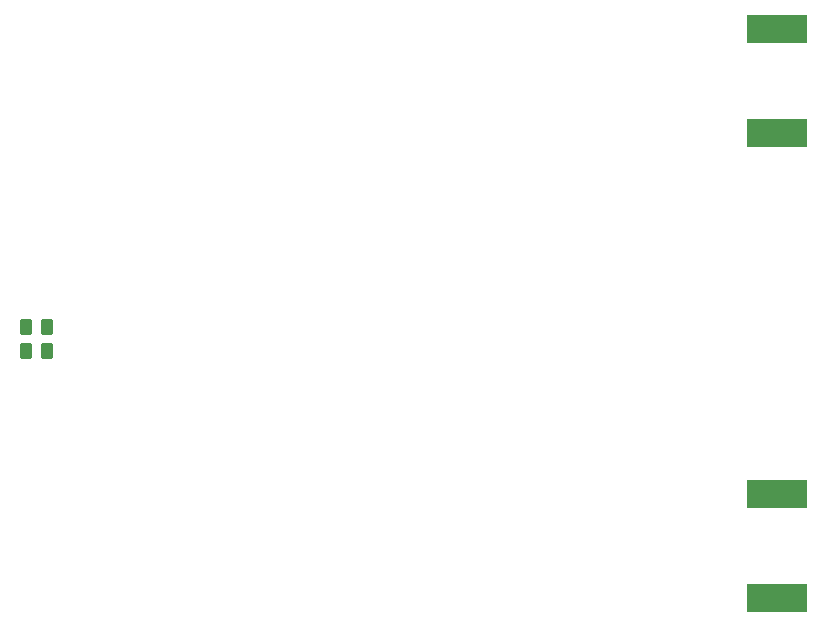
<source format=gbp>
%TF.GenerationSoftware,KiCad,Pcbnew,(6.0.10)*%
%TF.CreationDate,2025-05-12T09:08:36+02:00*%
%TF.ProjectId,Progetto Lidar,50726f67-6574-4746-9f20-4c696461722e,rev?*%
%TF.SameCoordinates,Original*%
%TF.FileFunction,Paste,Bot*%
%TF.FilePolarity,Positive*%
%FSLAX46Y46*%
G04 Gerber Fmt 4.6, Leading zero omitted, Abs format (unit mm)*
G04 Created by KiCad (PCBNEW (6.0.10)) date 2025-05-12 09:08:36*
%MOMM*%
%LPD*%
G01*
G04 APERTURE LIST*
G04 Aperture macros list*
%AMRoundRect*
0 Rectangle with rounded corners*
0 $1 Rounding radius*
0 $2 $3 $4 $5 $6 $7 $8 $9 X,Y pos of 4 corners*
0 Add a 4 corners polygon primitive as box body*
4,1,4,$2,$3,$4,$5,$6,$7,$8,$9,$2,$3,0*
0 Add four circle primitives for the rounded corners*
1,1,$1+$1,$2,$3*
1,1,$1+$1,$4,$5*
1,1,$1+$1,$6,$7*
1,1,$1+$1,$8,$9*
0 Add four rect primitives between the rounded corners*
20,1,$1+$1,$2,$3,$4,$5,0*
20,1,$1+$1,$4,$5,$6,$7,0*
20,1,$1+$1,$6,$7,$8,$9,0*
20,1,$1+$1,$8,$9,$2,$3,0*%
G04 Aperture macros list end*
%ADD10R,5.080000X2.420000*%
%ADD11RoundRect,0.250000X-0.262500X-0.450000X0.262500X-0.450000X0.262500X0.450000X-0.262500X0.450000X0*%
G04 APERTURE END LIST*
D10*
%TO.C,J2*%
X206952000Y-64454000D03*
X206952000Y-73214000D03*
%TD*%
%TO.C,J1*%
X206952000Y-103824000D03*
X206952000Y-112584000D03*
%TD*%
D11*
%TO.C,R8*%
X143359500Y-91694000D03*
X145184500Y-91694000D03*
%TD*%
%TO.C,R7*%
X143359500Y-89662000D03*
X145184500Y-89662000D03*
%TD*%
M02*

</source>
